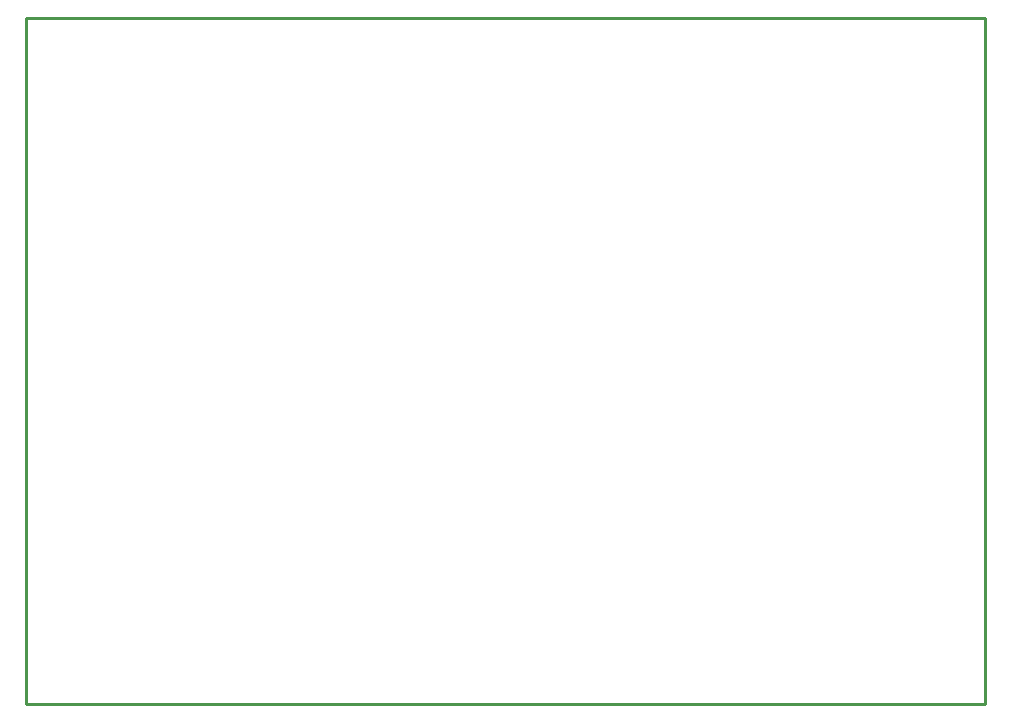
<source format=gko>
G04 EAGLE Gerber RS-274X export*
G75*
%MOMM*%
%FSLAX34Y34*%
%LPD*%
%IN*%
%IPPOS*%
%AMOC8*
5,1,8,0,0,1.08239X$1,22.5*%
G01*
G04 Define Apertures*
%ADD10C,0.254000*%
D10*
X-152400Y-12700D02*
X660200Y-12700D01*
X660200Y568200D01*
X-152400Y568200D01*
X-152400Y-12700D01*
M02*

</source>
